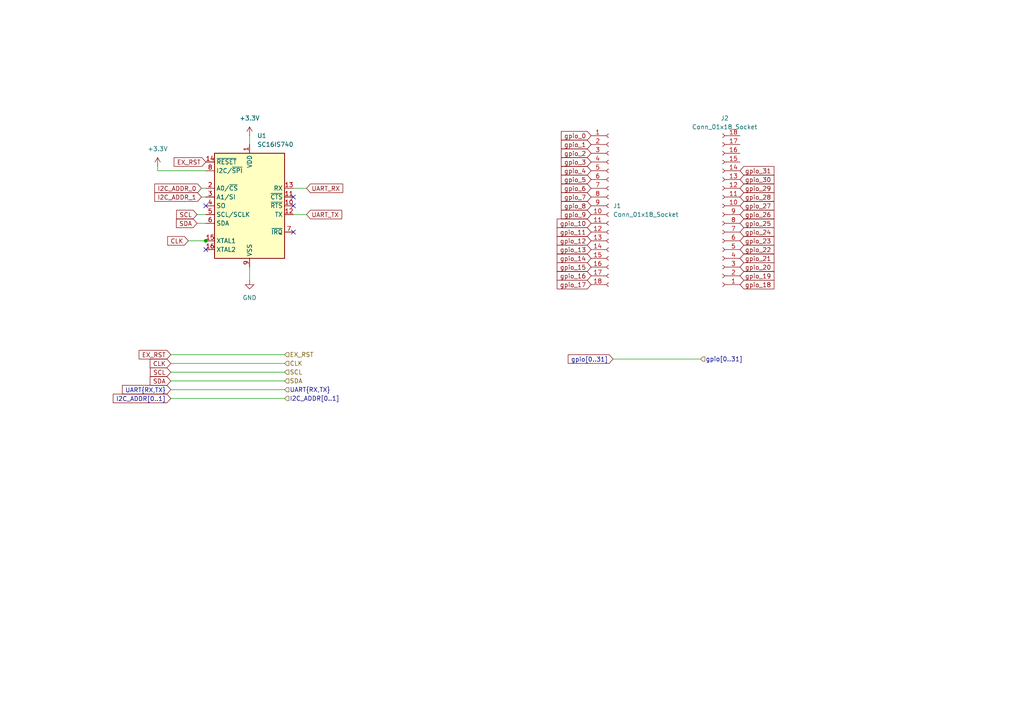
<source format=kicad_sch>
(kicad_sch
	(version 20231120)
	(generator "eeschema")
	(generator_version "8.0")
	(uuid "de399c01-5f23-42de-9a54-9af064edefd7")
	(paper "A4")
	(lib_symbols
		(symbol "Connector:Conn_01x18_Socket"
			(pin_names
				(offset 1.016) hide)
			(exclude_from_sim no)
			(in_bom yes)
			(on_board yes)
			(property "Reference" "J"
				(at 0 22.86 0)
				(effects
					(font
						(size 1.27 1.27)
					)
				)
			)
			(property "Value" "Conn_01x18_Socket"
				(at 0 -25.4 0)
				(effects
					(font
						(size 1.27 1.27)
					)
				)
			)
			(property "Footprint" ""
				(at 0 0 0)
				(effects
					(font
						(size 1.27 1.27)
					)
					(hide yes)
				)
			)
			(property "Datasheet" "~"
				(at 0 0 0)
				(effects
					(font
						(size 1.27 1.27)
					)
					(hide yes)
				)
			)
			(property "Description" "Generic connector, single row, 01x18, script generated"
				(at 0 0 0)
				(effects
					(font
						(size 1.27 1.27)
					)
					(hide yes)
				)
			)
			(property "ki_locked" ""
				(at 0 0 0)
				(effects
					(font
						(size 1.27 1.27)
					)
				)
			)
			(property "ki_keywords" "connector"
				(at 0 0 0)
				(effects
					(font
						(size 1.27 1.27)
					)
					(hide yes)
				)
			)
			(property "ki_fp_filters" "Connector*:*_1x??_*"
				(at 0 0 0)
				(effects
					(font
						(size 1.27 1.27)
					)
					(hide yes)
				)
			)
			(symbol "Conn_01x18_Socket_1_1"
				(arc
					(start 0 -22.352)
					(mid -0.5058 -22.86)
					(end 0 -23.368)
					(stroke
						(width 0.1524)
						(type default)
					)
					(fill
						(type none)
					)
				)
				(arc
					(start 0 -19.812)
					(mid -0.5058 -20.32)
					(end 0 -20.828)
					(stroke
						(width 0.1524)
						(type default)
					)
					(fill
						(type none)
					)
				)
				(arc
					(start 0 -17.272)
					(mid -0.5058 -17.78)
					(end 0 -18.288)
					(stroke
						(width 0.1524)
						(type default)
					)
					(fill
						(type none)
					)
				)
				(arc
					(start 0 -14.732)
					(mid -0.5058 -15.24)
					(end 0 -15.748)
					(stroke
						(width 0.1524)
						(type default)
					)
					(fill
						(type none)
					)
				)
				(arc
					(start 0 -12.192)
					(mid -0.5058 -12.7)
					(end 0 -13.208)
					(stroke
						(width 0.1524)
						(type default)
					)
					(fill
						(type none)
					)
				)
				(arc
					(start 0 -9.652)
					(mid -0.5058 -10.16)
					(end 0 -10.668)
					(stroke
						(width 0.1524)
						(type default)
					)
					(fill
						(type none)
					)
				)
				(arc
					(start 0 -7.112)
					(mid -0.5058 -7.62)
					(end 0 -8.128)
					(stroke
						(width 0.1524)
						(type default)
					)
					(fill
						(type none)
					)
				)
				(arc
					(start 0 -4.572)
					(mid -0.5058 -5.08)
					(end 0 -5.588)
					(stroke
						(width 0.1524)
						(type default)
					)
					(fill
						(type none)
					)
				)
				(arc
					(start 0 -2.032)
					(mid -0.5058 -2.54)
					(end 0 -3.048)
					(stroke
						(width 0.1524)
						(type default)
					)
					(fill
						(type none)
					)
				)
				(polyline
					(pts
						(xy -1.27 -22.86) (xy -0.508 -22.86)
					)
					(stroke
						(width 0.1524)
						(type default)
					)
					(fill
						(type none)
					)
				)
				(polyline
					(pts
						(xy -1.27 -20.32) (xy -0.508 -20.32)
					)
					(stroke
						(width 0.1524)
						(type default)
					)
					(fill
						(type none)
					)
				)
				(polyline
					(pts
						(xy -1.27 -17.78) (xy -0.508 -17.78)
					)
					(stroke
						(width 0.1524)
						(type default)
					)
					(fill
						(type none)
					)
				)
				(polyline
					(pts
						(xy -1.27 -15.24) (xy -0.508 -15.24)
					)
					(stroke
						(width 0.1524)
						(type default)
					)
					(fill
						(type none)
					)
				)
				(polyline
					(pts
						(xy -1.27 -12.7) (xy -0.508 -12.7)
					)
					(stroke
						(width 0.1524)
						(type default)
					)
					(fill
						(type none)
					)
				)
				(polyline
					(pts
						(xy -1.27 -10.16) (xy -0.508 -10.16)
					)
					(stroke
						(width 0.1524)
						(type default)
					)
					(fill
						(type none)
					)
				)
				(polyline
					(pts
						(xy -1.27 -7.62) (xy -0.508 -7.62)
					)
					(stroke
						(width 0.1524)
						(type default)
					)
					(fill
						(type none)
					)
				)
				(polyline
					(pts
						(xy -1.27 -5.08) (xy -0.508 -5.08)
					)
					(stroke
						(width 0.1524)
						(type default)
					)
					(fill
						(type none)
					)
				)
				(polyline
					(pts
						(xy -1.27 -2.54) (xy -0.508 -2.54)
					)
					(stroke
						(width 0.1524)
						(type default)
					)
					(fill
						(type none)
					)
				)
				(polyline
					(pts
						(xy -1.27 0) (xy -0.508 0)
					)
					(stroke
						(width 0.1524)
						(type default)
					)
					(fill
						(type none)
					)
				)
				(polyline
					(pts
						(xy -1.27 2.54) (xy -0.508 2.54)
					)
					(stroke
						(width 0.1524)
						(type default)
					)
					(fill
						(type none)
					)
				)
				(polyline
					(pts
						(xy -1.27 5.08) (xy -0.508 5.08)
					)
					(stroke
						(width 0.1524)
						(type default)
					)
					(fill
						(type none)
					)
				)
				(polyline
					(pts
						(xy -1.27 7.62) (xy -0.508 7.62)
					)
					(stroke
						(width 0.1524)
						(type default)
					)
					(fill
						(type none)
					)
				)
				(polyline
					(pts
						(xy -1.27 10.16) (xy -0.508 10.16)
					)
					(stroke
						(width 0.1524)
						(type default)
					)
					(fill
						(type none)
					)
				)
				(polyline
					(pts
						(xy -1.27 12.7) (xy -0.508 12.7)
					)
					(stroke
						(width 0.1524)
						(type default)
					)
					(fill
						(type none)
					)
				)
				(polyline
					(pts
						(xy -1.27 15.24) (xy -0.508 15.24)
					)
					(stroke
						(width 0.1524)
						(type default)
					)
					(fill
						(type none)
					)
				)
				(polyline
					(pts
						(xy -1.27 17.78) (xy -0.508 17.78)
					)
					(stroke
						(width 0.1524)
						(type default)
					)
					(fill
						(type none)
					)
				)
				(polyline
					(pts
						(xy -1.27 20.32) (xy -0.508 20.32)
					)
					(stroke
						(width 0.1524)
						(type default)
					)
					(fill
						(type none)
					)
				)
				(arc
					(start 0 0.508)
					(mid -0.5058 0)
					(end 0 -0.508)
					(stroke
						(width 0.1524)
						(type default)
					)
					(fill
						(type none)
					)
				)
				(arc
					(start 0 3.048)
					(mid -0.5058 2.54)
					(end 0 2.032)
					(stroke
						(width 0.1524)
						(type default)
					)
					(fill
						(type none)
					)
				)
				(arc
					(start 0 5.588)
					(mid -0.5058 5.08)
					(end 0 4.572)
					(stroke
						(width 0.1524)
						(type default)
					)
					(fill
						(type none)
					)
				)
				(arc
					(start 0 8.128)
					(mid -0.5058 7.62)
					(end 0 7.112)
					(stroke
						(width 0.1524)
						(type default)
					)
					(fill
						(type none)
					)
				)
				(arc
					(start 0 10.668)
					(mid -0.5058 10.16)
					(end 0 9.652)
					(stroke
						(width 0.1524)
						(type default)
					)
					(fill
						(type none)
					)
				)
				(arc
					(start 0 13.208)
					(mid -0.5058 12.7)
					(end 0 12.192)
					(stroke
						(width 0.1524)
						(type default)
					)
					(fill
						(type none)
					)
				)
				(arc
					(start 0 15.748)
					(mid -0.5058 15.24)
					(end 0 14.732)
					(stroke
						(width 0.1524)
						(type default)
					)
					(fill
						(type none)
					)
				)
				(arc
					(start 0 18.288)
					(mid -0.5058 17.78)
					(end 0 17.272)
					(stroke
						(width 0.1524)
						(type default)
					)
					(fill
						(type none)
					)
				)
				(arc
					(start 0 20.828)
					(mid -0.5058 20.32)
					(end 0 19.812)
					(stroke
						(width 0.1524)
						(type default)
					)
					(fill
						(type none)
					)
				)
				(pin passive line
					(at -5.08 20.32 0)
					(length 3.81)
					(name "Pin_1"
						(effects
							(font
								(size 1.27 1.27)
							)
						)
					)
					(number "1"
						(effects
							(font
								(size 1.27 1.27)
							)
						)
					)
				)
				(pin passive line
					(at -5.08 -2.54 0)
					(length 3.81)
					(name "Pin_10"
						(effects
							(font
								(size 1.27 1.27)
							)
						)
					)
					(number "10"
						(effects
							(font
								(size 1.27 1.27)
							)
						)
					)
				)
				(pin passive line
					(at -5.08 -5.08 0)
					(length 3.81)
					(name "Pin_11"
						(effects
							(font
								(size 1.27 1.27)
							)
						)
					)
					(number "11"
						(effects
							(font
								(size 1.27 1.27)
							)
						)
					)
				)
				(pin passive line
					(at -5.08 -7.62 0)
					(length 3.81)
					(name "Pin_12"
						(effects
							(font
								(size 1.27 1.27)
							)
						)
					)
					(number "12"
						(effects
							(font
								(size 1.27 1.27)
							)
						)
					)
				)
				(pin passive line
					(at -5.08 -10.16 0)
					(length 3.81)
					(name "Pin_13"
						(effects
							(font
								(size 1.27 1.27)
							)
						)
					)
					(number "13"
						(effects
							(font
								(size 1.27 1.27)
							)
						)
					)
				)
				(pin passive line
					(at -5.08 -12.7 0)
					(length 3.81)
					(name "Pin_14"
						(effects
							(font
								(size 1.27 1.27)
							)
						)
					)
					(number "14"
						(effects
							(font
								(size 1.27 1.27)
							)
						)
					)
				)
				(pin passive line
					(at -5.08 -15.24 0)
					(length 3.81)
					(name "Pin_15"
						(effects
							(font
								(size 1.27 1.27)
							)
						)
					)
					(number "15"
						(effects
							(font
								(size 1.27 1.27)
							)
						)
					)
				)
				(pin passive line
					(at -5.08 -17.78 0)
					(length 3.81)
					(name "Pin_16"
						(effects
							(font
								(size 1.27 1.27)
							)
						)
					)
					(number "16"
						(effects
							(font
								(size 1.27 1.27)
							)
						)
					)
				)
				(pin passive line
					(at -5.08 -20.32 0)
					(length 3.81)
					(name "Pin_17"
						(effects
							(font
								(size 1.27 1.27)
							)
						)
					)
					(number "17"
						(effects
							(font
								(size 1.27 1.27)
							)
						)
					)
				)
				(pin passive line
					(at -5.08 -22.86 0)
					(length 3.81)
					(name "Pin_18"
						(effects
							(font
								(size 1.27 1.27)
							)
						)
					)
					(number "18"
						(effects
							(font
								(size 1.27 1.27)
							)
						)
					)
				)
				(pin passive line
					(at -5.08 17.78 0)
					(length 3.81)
					(name "Pin_2"
						(effects
							(font
								(size 1.27 1.27)
							)
						)
					)
					(number "2"
						(effects
							(font
								(size 1.27 1.27)
							)
						)
					)
				)
				(pin passive line
					(at -5.08 15.24 0)
					(length 3.81)
					(name "Pin_3"
						(effects
							(font
								(size 1.27 1.27)
							)
						)
					)
					(number "3"
						(effects
							(font
								(size 1.27 1.27)
							)
						)
					)
				)
				(pin passive line
					(at -5.08 12.7 0)
					(length 3.81)
					(name "Pin_4"
						(effects
							(font
								(size 1.27 1.27)
							)
						)
					)
					(number "4"
						(effects
							(font
								(size 1.27 1.27)
							)
						)
					)
				)
				(pin passive line
					(at -5.08 10.16 0)
					(length 3.81)
					(name "Pin_5"
						(effects
							(font
								(size 1.27 1.27)
							)
						)
					)
					(number "5"
						(effects
							(font
								(size 1.27 1.27)
							)
						)
					)
				)
				(pin passive line
					(at -5.08 7.62 0)
					(length 3.81)
					(name "Pin_6"
						(effects
							(font
								(size 1.27 1.27)
							)
						)
					)
					(number "6"
						(effects
							(font
								(size 1.27 1.27)
							)
						)
					)
				)
				(pin passive line
					(at -5.08 5.08 0)
					(length 3.81)
					(name "Pin_7"
						(effects
							(font
								(size 1.27 1.27)
							)
						)
					)
					(number "7"
						(effects
							(font
								(size 1.27 1.27)
							)
						)
					)
				)
				(pin passive line
					(at -5.08 2.54 0)
					(length 3.81)
					(name "Pin_8"
						(effects
							(font
								(size 1.27 1.27)
							)
						)
					)
					(number "8"
						(effects
							(font
								(size 1.27 1.27)
							)
						)
					)
				)
				(pin passive line
					(at -5.08 0 0)
					(length 3.81)
					(name "Pin_9"
						(effects
							(font
								(size 1.27 1.27)
							)
						)
					)
					(number "9"
						(effects
							(font
								(size 1.27 1.27)
							)
						)
					)
				)
			)
		)
		(symbol "Interface_UART:SC16IS740"
			(exclude_from_sim no)
			(in_bom yes)
			(on_board yes)
			(property "Reference" "U"
				(at -8.89 16.51 0)
				(effects
					(font
						(size 1.27 1.27)
					)
				)
			)
			(property "Value" "SC16IS740"
				(at 7.62 16.51 0)
				(effects
					(font
						(size 1.27 1.27)
					)
				)
			)
			(property "Footprint" "Package_SO:TSSOP-16_4.4x5mm_P0.65mm"
				(at 0 -30.48 0)
				(effects
					(font
						(size 1.27 1.27)
					)
					(hide yes)
				)
			)
			(property "Datasheet" "https://www.nxp.com/docs/en/data-sheet/SC16IS740_750_760.pdf"
				(at 0 -35.56 0)
				(effects
					(font
						(size 1.27 1.27)
					)
					(hide yes)
				)
			)
			(property "Description" "Single UART with I2C/SPI interface, 64 bytes of transmit and receive FIFOs, IrDA SIR built-in support, TSSOP-16"
				(at 0 0 0)
				(effects
					(font
						(size 1.27 1.27)
					)
					(hide yes)
				)
			)
			(property "ki_keywords" "UART I2C/SPI 64B FIFO IrDA SIR"
				(at 0 0 0)
				(effects
					(font
						(size 1.27 1.27)
					)
					(hide yes)
				)
			)
			(property "ki_fp_filters" "TSSOP*4.4x5mm*P0.65mm*"
				(at 0 0 0)
				(effects
					(font
						(size 1.27 1.27)
					)
					(hide yes)
				)
			)
			(symbol "SC16IS740_0_1"
				(rectangle
					(start -10.16 15.24)
					(end 10.16 -15.24)
					(stroke
						(width 0.254)
						(type default)
					)
					(fill
						(type background)
					)
				)
			)
			(symbol "SC16IS740_1_1"
				(pin power_in line
					(at 0 17.78 270)
					(length 2.54)
					(name "VDD"
						(effects
							(font
								(size 1.27 1.27)
							)
						)
					)
					(number "1"
						(effects
							(font
								(size 1.27 1.27)
							)
						)
					)
				)
				(pin output line
					(at 12.7 0 180)
					(length 2.54)
					(name "~{RTS}"
						(effects
							(font
								(size 1.27 1.27)
							)
						)
					)
					(number "10"
						(effects
							(font
								(size 1.27 1.27)
							)
						)
					)
				)
				(pin input line
					(at 12.7 2.54 180)
					(length 2.54)
					(name "~{CTS}"
						(effects
							(font
								(size 1.27 1.27)
							)
						)
					)
					(number "11"
						(effects
							(font
								(size 1.27 1.27)
							)
						)
					)
				)
				(pin output line
					(at 12.7 -2.54 180)
					(length 2.54)
					(name "TX"
						(effects
							(font
								(size 1.27 1.27)
							)
						)
					)
					(number "12"
						(effects
							(font
								(size 1.27 1.27)
							)
						)
					)
				)
				(pin input line
					(at 12.7 5.08 180)
					(length 2.54)
					(name "RX"
						(effects
							(font
								(size 1.27 1.27)
							)
						)
					)
					(number "13"
						(effects
							(font
								(size 1.27 1.27)
							)
						)
					)
				)
				(pin input line
					(at -12.7 12.7 0)
					(length 2.54)
					(name "~{RESET}"
						(effects
							(font
								(size 1.27 1.27)
							)
						)
					)
					(number "14"
						(effects
							(font
								(size 1.27 1.27)
							)
						)
					)
				)
				(pin input line
					(at -12.7 -10.16 0)
					(length 2.54)
					(name "XTAL1"
						(effects
							(font
								(size 1.27 1.27)
							)
						)
					)
					(number "15"
						(effects
							(font
								(size 1.27 1.27)
							)
						)
					)
				)
				(pin output line
					(at -12.7 -12.7 0)
					(length 2.54)
					(name "XTAL2"
						(effects
							(font
								(size 1.27 1.27)
							)
						)
					)
					(number "16"
						(effects
							(font
								(size 1.27 1.27)
							)
						)
					)
				)
				(pin input line
					(at -12.7 5.08 0)
					(length 2.54)
					(name "A0/~{CS}"
						(effects
							(font
								(size 1.27 1.27)
							)
						)
					)
					(number "2"
						(effects
							(font
								(size 1.27 1.27)
							)
						)
					)
				)
				(pin input line
					(at -12.7 2.54 0)
					(length 2.54)
					(name "A1/SI"
						(effects
							(font
								(size 1.27 1.27)
							)
						)
					)
					(number "3"
						(effects
							(font
								(size 1.27 1.27)
							)
						)
					)
				)
				(pin output line
					(at -12.7 0 0)
					(length 2.54)
					(name "SO"
						(effects
							(font
								(size 1.27 1.27)
							)
						)
					)
					(number "4"
						(effects
							(font
								(size 1.27 1.27)
							)
						)
					)
				)
				(pin input line
					(at -12.7 -2.54 0)
					(length 2.54)
					(name "SCL/SCLK"
						(effects
							(font
								(size 1.27 1.27)
							)
						)
					)
					(number "5"
						(effects
							(font
								(size 1.27 1.27)
							)
						)
					)
				)
				(pin bidirectional line
					(at -12.7 -5.08 0)
					(length 2.54)
					(name "SDA"
						(effects
							(font
								(size 1.27 1.27)
							)
						)
					)
					(number "6"
						(effects
							(font
								(size 1.27 1.27)
							)
						)
					)
				)
				(pin open_collector line
					(at 12.7 -7.62 180)
					(length 2.54)
					(name "~{IRQ}"
						(effects
							(font
								(size 1.27 1.27)
							)
						)
					)
					(number "7"
						(effects
							(font
								(size 1.27 1.27)
							)
						)
					)
				)
				(pin input line
					(at -12.7 10.16 0)
					(length 2.54)
					(name "I2C/~{SPI}"
						(effects
							(font
								(size 1.27 1.27)
							)
						)
					)
					(number "8"
						(effects
							(font
								(size 1.27 1.27)
							)
						)
					)
				)
				(pin power_in line
					(at 0 -17.78 90)
					(length 2.54)
					(name "VSS"
						(effects
							(font
								(size 1.27 1.27)
							)
						)
					)
					(number "9"
						(effects
							(font
								(size 1.27 1.27)
							)
						)
					)
				)
			)
		)
		(symbol "power:+3.3V"
			(power)
			(pin_numbers hide)
			(pin_names
				(offset 0) hide)
			(exclude_from_sim no)
			(in_bom yes)
			(on_board yes)
			(property "Reference" "#PWR"
				(at 0 -3.81 0)
				(effects
					(font
						(size 1.27 1.27)
					)
					(hide yes)
				)
			)
			(property "Value" "+3.3V"
				(at 0 3.556 0)
				(effects
					(font
						(size 1.27 1.27)
					)
				)
			)
			(property "Footprint" ""
				(at 0 0 0)
				(effects
					(font
						(size 1.27 1.27)
					)
					(hide yes)
				)
			)
			(property "Datasheet" ""
				(at 0 0 0)
				(effects
					(font
						(size 1.27 1.27)
					)
					(hide yes)
				)
			)
			(property "Description" "Power symbol creates a global label with name \"+3.3V\""
				(at 0 0 0)
				(effects
					(font
						(size 1.27 1.27)
					)
					(hide yes)
				)
			)
			(property "ki_keywords" "global power"
				(at 0 0 0)
				(effects
					(font
						(size 1.27 1.27)
					)
					(hide yes)
				)
			)
			(symbol "+3.3V_0_1"
				(polyline
					(pts
						(xy -0.762 1.27) (xy 0 2.54)
					)
					(stroke
						(width 0)
						(type default)
					)
					(fill
						(type none)
					)
				)
				(polyline
					(pts
						(xy 0 0) (xy 0 2.54)
					)
					(stroke
						(width 0)
						(type default)
					)
					(fill
						(type none)
					)
				)
				(polyline
					(pts
						(xy 0 2.54) (xy 0.762 1.27)
					)
					(stroke
						(width 0)
						(type default)
					)
					(fill
						(type none)
					)
				)
			)
			(symbol "+3.3V_1_1"
				(pin power_in line
					(at 0 0 90)
					(length 0)
					(name "~"
						(effects
							(font
								(size 1.27 1.27)
							)
						)
					)
					(number "1"
						(effects
							(font
								(size 1.27 1.27)
							)
						)
					)
				)
			)
		)
		(symbol "power:GND"
			(power)
			(pin_numbers hide)
			(pin_names
				(offset 0) hide)
			(exclude_from_sim no)
			(in_bom yes)
			(on_board yes)
			(property "Reference" "#PWR"
				(at 0 -6.35 0)
				(effects
					(font
						(size 1.27 1.27)
					)
					(hide yes)
				)
			)
			(property "Value" "GND"
				(at 0 -3.81 0)
				(effects
					(font
						(size 1.27 1.27)
					)
				)
			)
			(property "Footprint" ""
				(at 0 0 0)
				(effects
					(font
						(size 1.27 1.27)
					)
					(hide yes)
				)
			)
			(property "Datasheet" ""
				(at 0 0 0)
				(effects
					(font
						(size 1.27 1.27)
					)
					(hide yes)
				)
			)
			(property "Description" "Power symbol creates a global label with name \"GND\" , ground"
				(at 0 0 0)
				(effects
					(font
						(size 1.27 1.27)
					)
					(hide yes)
				)
			)
			(property "ki_keywords" "global power"
				(at 0 0 0)
				(effects
					(font
						(size 1.27 1.27)
					)
					(hide yes)
				)
			)
			(symbol "GND_0_1"
				(polyline
					(pts
						(xy 0 0) (xy 0 -1.27) (xy 1.27 -1.27) (xy 0 -2.54) (xy -1.27 -1.27) (xy 0 -1.27)
					)
					(stroke
						(width 0)
						(type default)
					)
					(fill
						(type none)
					)
				)
			)
			(symbol "GND_1_1"
				(pin power_in line
					(at 0 0 270)
					(length 0)
					(name "~"
						(effects
							(font
								(size 1.27 1.27)
							)
						)
					)
					(number "1"
						(effects
							(font
								(size 1.27 1.27)
							)
						)
					)
				)
			)
		)
	)
	(junction
		(at 59.69 69.85)
		(diameter 0)
		(color 0 0 0 0)
		(uuid "e26dd021-c200-4d3b-96ff-0c61fd7f8870")
	)
	(no_connect
		(at 59.69 72.39)
		(uuid "4c098396-0c9b-438b-a92f-1744f1515e26")
	)
	(no_connect
		(at 59.69 59.69)
		(uuid "4da3fedf-fc68-4b53-9091-0561699e9de1")
	)
	(no_connect
		(at 85.09 59.69)
		(uuid "7a73ce6b-c4b1-4ad7-a64d-6727e1bf8067")
	)
	(no_connect
		(at 85.09 67.31)
		(uuid "a6eca968-8df0-4355-888f-8efeb618893e")
	)
	(no_connect
		(at 85.09 57.15)
		(uuid "f53a9b9a-119d-46fe-9387-12f9575474f6")
	)
	(wire
		(pts
			(xy 49.53 115.57) (xy 82.55 115.57)
		)
		(stroke
			(width 0)
			(type default)
		)
		(uuid "0733c50c-a903-4d11-ad07-eb419456c74f")
	)
	(wire
		(pts
			(xy 72.39 77.47) (xy 72.39 81.28)
		)
		(stroke
			(width 0)
			(type default)
		)
		(uuid "0cca8c21-e215-4c56-9556-bcbaac08466f")
	)
	(wire
		(pts
			(xy 177.8 104.14) (xy 203.2 104.14)
		)
		(stroke
			(width 0)
			(type default)
		)
		(uuid "191503e2-923f-4d68-b7fa-6624971a9ab3")
	)
	(wire
		(pts
			(xy 45.72 49.53) (xy 45.72 48.26)
		)
		(stroke
			(width 0)
			(type default)
		)
		(uuid "2bea280e-9967-4ccd-8de6-efe3462ec8d0")
	)
	(wire
		(pts
			(xy 49.53 105.41) (xy 82.55 105.41)
		)
		(stroke
			(width 0)
			(type default)
		)
		(uuid "39b6ceee-bad0-49cc-8b03-e96b267d235d")
	)
	(wire
		(pts
			(xy 85.09 62.23) (xy 88.9 62.23)
		)
		(stroke
			(width 0)
			(type default)
		)
		(uuid "3ac88e30-a3a0-4add-8d7c-a7028b76f4dc")
	)
	(wire
		(pts
			(xy 49.53 113.03) (xy 82.55 113.03)
		)
		(stroke
			(width 0)
			(type default)
		)
		(uuid "3feb09fc-5c44-4c16-9272-45ccf6d533df")
	)
	(wire
		(pts
			(xy 49.53 107.95) (xy 82.55 107.95)
		)
		(stroke
			(width 0)
			(type default)
		)
		(uuid "68220a39-b29b-410f-ba0c-f44c70a256ac")
	)
	(wire
		(pts
			(xy 58.42 57.15) (xy 59.69 57.15)
		)
		(stroke
			(width 0)
			(type default)
		)
		(uuid "8d8a571d-f63e-4bf4-87bb-35464ce4cf78")
	)
	(wire
		(pts
			(xy 85.09 54.61) (xy 88.9 54.61)
		)
		(stroke
			(width 0)
			(type default)
		)
		(uuid "8f37a716-4d91-4ae4-8d07-796924f65c36")
	)
	(wire
		(pts
			(xy 57.15 62.23) (xy 59.69 62.23)
		)
		(stroke
			(width 0)
			(type default)
		)
		(uuid "9d2f05f5-fcb0-4d91-b170-311e39a4ab6c")
	)
	(wire
		(pts
			(xy 59.69 69.85) (xy 60.96 69.85)
		)
		(stroke
			(width 0)
			(type default)
		)
		(uuid "aec97fc3-29bc-4918-b2ca-dc2d8888a6c1")
	)
	(wire
		(pts
			(xy 49.53 102.87) (xy 82.55 102.87)
		)
		(stroke
			(width 0)
			(type default)
		)
		(uuid "b8dc29ea-fe11-4be5-b2f9-40760bf19f48")
	)
	(wire
		(pts
			(xy 72.39 39.37) (xy 72.39 41.91)
		)
		(stroke
			(width 0)
			(type default)
		)
		(uuid "c8249f01-2b6f-4243-9fbb-4d7d9255f7fe")
	)
	(wire
		(pts
			(xy 59.69 49.53) (xy 45.72 49.53)
		)
		(stroke
			(width 0)
			(type default)
		)
		(uuid "d2b9e71f-d1a6-4534-b369-4e24016de864")
	)
	(wire
		(pts
			(xy 58.42 54.61) (xy 59.69 54.61)
		)
		(stroke
			(width 0)
			(type default)
		)
		(uuid "d4c7270d-9b4b-4ce6-b543-b74da6e2e186")
	)
	(wire
		(pts
			(xy 57.15 64.77) (xy 59.69 64.77)
		)
		(stroke
			(width 0)
			(type default)
		)
		(uuid "d74d86a5-a206-40aa-a205-8fbae8d5b4ef")
	)
	(wire
		(pts
			(xy 49.53 110.49) (xy 82.55 110.49)
		)
		(stroke
			(width 0)
			(type default)
		)
		(uuid "daa0a5bd-f16d-4b2d-bd22-2c8384cf50ce")
	)
	(wire
		(pts
			(xy 54.61 69.85) (xy 59.69 69.85)
		)
		(stroke
			(width 0)
			(type default)
		)
		(uuid "f4bcff8b-7f71-4210-9c5a-c247a4a2d6cc")
	)
	(global_label "SDA"
		(shape input)
		(at 57.15 64.77 180)
		(fields_autoplaced yes)
		(effects
			(font
				(size 1.27 1.27)
			)
			(justify right)
		)
		(uuid "0804c93b-828b-4a94-ae9b-9e7b27b1eba0")
		(property "Intersheetrefs" "${INTERSHEET_REFS}"
			(at 50.5967 64.77 0)
			(effects
				(font
					(size 1.27 1.27)
				)
				(justify right)
				(hide yes)
			)
		)
	)
	(global_label "gpio_10"
		(shape input)
		(at 171.45 64.77 180)
		(fields_autoplaced yes)
		(effects
			(font
				(size 1.27 1.27)
			)
			(justify right)
		)
		(uuid "0f4411cd-9b79-4936-956e-b4f95ee80ea0")
		(property "Intersheetrefs" "${INTERSHEET_REFS}"
			(at 161.0264 64.77 0)
			(effects
				(font
					(size 1.27 1.27)
				)
				(justify right)
				(hide yes)
			)
		)
	)
	(global_label "gpio_8"
		(shape input)
		(at 171.45 59.69 180)
		(fields_autoplaced yes)
		(effects
			(font
				(size 1.27 1.27)
			)
			(justify right)
		)
		(uuid "12393009-d5b8-4f99-8ef7-78a1036561d7")
		(property "Intersheetrefs" "${INTERSHEET_REFS}"
			(at 162.2359 59.69 0)
			(effects
				(font
					(size 1.27 1.27)
				)
				(justify right)
				(hide yes)
			)
		)
	)
	(global_label "gpio_14"
		(shape input)
		(at 171.45 74.93 180)
		(fields_autoplaced yes)
		(effects
			(font
				(size 1.27 1.27)
			)
			(justify right)
		)
		(uuid "13334953-5700-42e3-b47f-b0b1fef53110")
		(property "Intersheetrefs" "${INTERSHEET_REFS}"
			(at 161.0264 74.93 0)
			(effects
				(font
					(size 1.27 1.27)
				)
				(justify right)
				(hide yes)
			)
		)
	)
	(global_label "gpio_12"
		(shape input)
		(at 171.45 69.85 180)
		(fields_autoplaced yes)
		(effects
			(font
				(size 1.27 1.27)
			)
			(justify right)
		)
		(uuid "1624b5c0-973a-4ec9-9886-ab02e81c7d97")
		(property "Intersheetrefs" "${INTERSHEET_REFS}"
			(at 161.0264 69.85 0)
			(effects
				(font
					(size 1.27 1.27)
				)
				(justify right)
				(hide yes)
			)
		)
	)
	(global_label "gpio_22"
		(shape input)
		(at 214.63 72.39 0)
		(fields_autoplaced yes)
		(effects
			(font
				(size 1.27 1.27)
			)
			(justify left)
		)
		(uuid "165f0b01-7579-4fd5-b7f8-a1faa83eb501")
		(property "Intersheetrefs" "${INTERSHEET_REFS}"
			(at 225.0536 72.39 0)
			(effects
				(font
					(size 1.27 1.27)
				)
				(justify left)
				(hide yes)
			)
		)
	)
	(global_label "I2C_ADDR[0..1]"
		(shape input)
		(at 49.53 115.57 180)
		(fields_autoplaced yes)
		(effects
			(font
				(size 1.27 1.27)
			)
			(justify right)
		)
		(uuid "1b322146-d0cf-45f8-a378-e1a78681c54e")
		(property "Intersheetrefs" "${INTERSHEET_REFS}"
			(at 32.2723 115.57 0)
			(effects
				(font
					(size 1.27 1.27)
				)
				(justify right)
				(hide yes)
			)
		)
	)
	(global_label "gpio_2"
		(shape input)
		(at 171.45 44.45 180)
		(fields_autoplaced yes)
		(effects
			(font
				(size 1.27 1.27)
			)
			(justify right)
		)
		(uuid "2328c732-6037-4b66-8a3c-adc8818660ee")
		(property "Intersheetrefs" "${INTERSHEET_REFS}"
			(at 162.2359 44.45 0)
			(effects
				(font
					(size 1.27 1.27)
				)
				(justify right)
				(hide yes)
			)
		)
	)
	(global_label "gpio_3"
		(shape input)
		(at 171.45 46.99 180)
		(fields_autoplaced yes)
		(effects
			(font
				(size 1.27 1.27)
			)
			(justify right)
		)
		(uuid "26a9f563-59bd-465d-aaae-12d249a19138")
		(property "Intersheetrefs" "${INTERSHEET_REFS}"
			(at 162.2359 46.99 0)
			(effects
				(font
					(size 1.27 1.27)
				)
				(justify right)
				(hide yes)
			)
		)
	)
	(global_label "gpio_6"
		(shape input)
		(at 171.45 54.61 180)
		(fields_autoplaced yes)
		(effects
			(font
				(size 1.27 1.27)
			)
			(justify right)
		)
		(uuid "3342d151-55a6-40b9-8caa-51a5e9b4530b")
		(property "Intersheetrefs" "${INTERSHEET_REFS}"
			(at 162.2359 54.61 0)
			(effects
				(font
					(size 1.27 1.27)
				)
				(justify right)
				(hide yes)
			)
		)
	)
	(global_label "SDA"
		(shape input)
		(at 49.53 110.49 180)
		(fields_autoplaced yes)
		(effects
			(font
				(size 1.27 1.27)
			)
			(justify right)
		)
		(uuid "36545b16-72b2-4972-80b6-ea12b0d7899b")
		(property "Intersheetrefs" "${INTERSHEET_REFS}"
			(at 42.9767 110.49 0)
			(effects
				(font
					(size 1.27 1.27)
				)
				(justify right)
				(hide yes)
			)
		)
	)
	(global_label "gpio_26"
		(shape input)
		(at 214.63 62.23 0)
		(fields_autoplaced yes)
		(effects
			(font
				(size 1.27 1.27)
			)
			(justify left)
		)
		(uuid "3992b209-e105-4375-a528-3f6e6d46f00b")
		(property "Intersheetrefs" "${INTERSHEET_REFS}"
			(at 225.0536 62.23 0)
			(effects
				(font
					(size 1.27 1.27)
				)
				(justify left)
				(hide yes)
			)
		)
	)
	(global_label "gpio_30"
		(shape input)
		(at 214.63 52.07 0)
		(fields_autoplaced yes)
		(effects
			(font
				(size 1.27 1.27)
			)
			(justify left)
		)
		(uuid "3b32daa3-c737-410e-9b72-600560b1deaa")
		(property "Intersheetrefs" "${INTERSHEET_REFS}"
			(at 225.0536 52.07 0)
			(effects
				(font
					(size 1.27 1.27)
				)
				(justify left)
				(hide yes)
			)
		)
	)
	(global_label "gpio_17"
		(shape input)
		(at 171.45 82.55 180)
		(fields_autoplaced yes)
		(effects
			(font
				(size 1.27 1.27)
			)
			(justify right)
		)
		(uuid "3cedc5cf-3a57-4092-846b-04571c1846d3")
		(property "Intersheetrefs" "${INTERSHEET_REFS}"
			(at 161.0264 82.55 0)
			(effects
				(font
					(size 1.27 1.27)
				)
				(justify right)
				(hide yes)
			)
		)
	)
	(global_label "gpio_4"
		(shape input)
		(at 171.45 49.53 180)
		(fields_autoplaced yes)
		(effects
			(font
				(size 1.27 1.27)
			)
			(justify right)
		)
		(uuid "4377c67d-69e8-4325-a2ff-cfcef7a4978d")
		(property "Intersheetrefs" "${INTERSHEET_REFS}"
			(at 162.2359 49.53 0)
			(effects
				(font
					(size 1.27 1.27)
				)
				(justify right)
				(hide yes)
			)
		)
	)
	(global_label "EX_RST"
		(shape input)
		(at 59.69 46.99 180)
		(fields_autoplaced yes)
		(effects
			(font
				(size 1.27 1.27)
			)
			(justify right)
		)
		(uuid "544051ce-c055-4581-8a6a-6118e2e1092a")
		(property "Intersheetrefs" "${INTERSHEET_REFS}"
			(at 49.9316 46.99 0)
			(effects
				(font
					(size 1.27 1.27)
				)
				(justify right)
				(hide yes)
			)
		)
	)
	(global_label "I2C_ADDR_0"
		(shape input)
		(at 58.42 54.61 180)
		(fields_autoplaced yes)
		(effects
			(font
				(size 1.27 1.27)
			)
			(justify right)
		)
		(uuid "562e2381-10b6-4d6d-b478-d664349a58e3")
		(property "Intersheetrefs" "${INTERSHEET_REFS}"
			(at 44.3072 54.61 0)
			(effects
				(font
					(size 1.27 1.27)
				)
				(justify right)
				(hide yes)
			)
		)
	)
	(global_label "gpio_27"
		(shape input)
		(at 214.63 59.69 0)
		(fields_autoplaced yes)
		(effects
			(font
				(size 1.27 1.27)
			)
			(justify left)
		)
		(uuid "618b7e7b-3388-4c84-b002-b1ed0ca04725")
		(property "Intersheetrefs" "${INTERSHEET_REFS}"
			(at 225.0536 59.69 0)
			(effects
				(font
					(size 1.27 1.27)
				)
				(justify left)
				(hide yes)
			)
		)
	)
	(global_label "UART_TX"
		(shape input)
		(at 88.9 62.23 0)
		(fields_autoplaced yes)
		(effects
			(font
				(size 1.27 1.27)
			)
			(justify left)
		)
		(uuid "65c6e163-aea2-4b32-8463-d7a23bb17f53")
		(property "Intersheetrefs" "${INTERSHEET_REFS}"
			(at 99.6866 62.23 0)
			(effects
				(font
					(size 1.27 1.27)
				)
				(justify left)
				(hide yes)
			)
		)
	)
	(global_label "gpio_25"
		(shape input)
		(at 214.63 64.77 0)
		(fields_autoplaced yes)
		(effects
			(font
				(size 1.27 1.27)
			)
			(justify left)
		)
		(uuid "69978166-3531-4556-82b4-b87aa2ca5ea9")
		(property "Intersheetrefs" "${INTERSHEET_REFS}"
			(at 225.0536 64.77 0)
			(effects
				(font
					(size 1.27 1.27)
				)
				(justify left)
				(hide yes)
			)
		)
	)
	(global_label "gpio_23"
		(shape input)
		(at 214.63 69.85 0)
		(fields_autoplaced yes)
		(effects
			(font
				(size 1.27 1.27)
			)
			(justify left)
		)
		(uuid "6a89029a-9873-4cf4-8183-16319e38094f")
		(property "Intersheetrefs" "${INTERSHEET_REFS}"
			(at 225.0536 69.85 0)
			(effects
				(font
					(size 1.27 1.27)
				)
				(justify left)
				(hide yes)
			)
		)
	)
	(global_label "EX_RST"
		(shape input)
		(at 49.53 102.87 180)
		(fields_autoplaced yes)
		(effects
			(font
				(size 1.27 1.27)
			)
			(justify right)
		)
		(uuid "73d2ddf1-7010-46de-9d6a-029ebf89b773")
		(property "Intersheetrefs" "${INTERSHEET_REFS}"
			(at 39.7716 102.87 0)
			(effects
				(font
					(size 1.27 1.27)
				)
				(justify right)
				(hide yes)
			)
		)
	)
	(global_label "gpio_1"
		(shape input)
		(at 171.45 41.91 180)
		(fields_autoplaced yes)
		(effects
			(font
				(size 1.27 1.27)
			)
			(justify right)
		)
		(uuid "754a0bd1-9c53-4e3e-be92-a2ef907cbc04")
		(property "Intersheetrefs" "${INTERSHEET_REFS}"
			(at 162.2359 41.91 0)
			(effects
				(font
					(size 1.27 1.27)
				)
				(justify right)
				(hide yes)
			)
		)
	)
	(global_label "gpio[0..31]"
		(shape input)
		(at 177.8 104.14 180)
		(fields_autoplaced yes)
		(effects
			(font
				(size 1.27 1.27)
			)
			(justify right)
		)
		(uuid "77a26967-e7bb-4730-b3ac-385ca4ce489a")
		(property "Intersheetrefs" "${INTERSHEET_REFS}"
			(at 164.2315 104.14 0)
			(effects
				(font
					(size 1.27 1.27)
				)
				(justify right)
				(hide yes)
			)
		)
	)
	(global_label "UART_RX"
		(shape input)
		(at 88.9 54.61 0)
		(fields_autoplaced yes)
		(effects
			(font
				(size 1.27 1.27)
			)
			(justify left)
		)
		(uuid "7db17b11-864a-4228-9021-64ea9bffec21")
		(property "Intersheetrefs" "${INTERSHEET_REFS}"
			(at 99.989 54.61 0)
			(effects
				(font
					(size 1.27 1.27)
				)
				(justify left)
				(hide yes)
			)
		)
	)
	(global_label "gpio_28"
		(shape input)
		(at 214.63 57.15 0)
		(fields_autoplaced yes)
		(effects
			(font
				(size 1.27 1.27)
			)
			(justify left)
		)
		(uuid "82ede462-0de7-4b6c-9082-912a71f65085")
		(property "Intersheetrefs" "${INTERSHEET_REFS}"
			(at 225.0536 57.15 0)
			(effects
				(font
					(size 1.27 1.27)
				)
				(justify left)
				(hide yes)
			)
		)
	)
	(global_label "gpio_19"
		(shape input)
		(at 214.63 80.01 0)
		(fields_autoplaced yes)
		(effects
			(font
				(size 1.27 1.27)
			)
			(justify left)
		)
		(uuid "84ea0e56-2305-4327-88cb-f7870c428dd4")
		(property "Intersheetrefs" "${INTERSHEET_REFS}"
			(at 225.0536 80.01 0)
			(effects
				(font
					(size 1.27 1.27)
				)
				(justify left)
				(hide yes)
			)
		)
	)
	(global_label "gpio_0"
		(shape input)
		(at 171.45 39.37 180)
		(fields_autoplaced yes)
		(effects
			(font
				(size 1.27 1.27)
			)
			(justify right)
		)
		(uuid "8b97e320-e19b-4fc9-beae-5efa7eb5c7d3")
		(property "Intersheetrefs" "${INTERSHEET_REFS}"
			(at 162.2359 39.37 0)
			(effects
				(font
					(size 1.27 1.27)
				)
				(justify right)
				(hide yes)
			)
		)
	)
	(global_label "gpio_29"
		(shape input)
		(at 214.63 54.61 0)
		(fields_autoplaced yes)
		(effects
			(font
				(size 1.27 1.27)
			)
			(justify left)
		)
		(uuid "9d51388a-d040-4538-a49d-c6cf20ea7635")
		(property "Intersheetrefs" "${INTERSHEET_REFS}"
			(at 225.0536 54.61 0)
			(effects
				(font
					(size 1.27 1.27)
				)
				(justify left)
				(hide yes)
			)
		)
	)
	(global_label "gpio_11"
		(shape input)
		(at 171.45 67.31 180)
		(fields_autoplaced yes)
		(effects
			(font
				(size 1.27 1.27)
			)
			(justify right)
		)
		(uuid "a2d20a99-6f05-4a3b-bbbe-e771e93d0474")
		(property "Intersheetrefs" "${INTERSHEET_REFS}"
			(at 161.0264 67.31 0)
			(effects
				(font
					(size 1.27 1.27)
				)
				(justify right)
				(hide yes)
			)
		)
	)
	(global_label "gpio_9"
		(shape input)
		(at 171.45 62.23 180)
		(fields_autoplaced yes)
		(effects
			(font
				(size 1.27 1.27)
			)
			(justify right)
		)
		(uuid "c3ab1283-1aa4-4bd6-a75c-c8dfda6bb2ba")
		(property "Intersheetrefs" "${INTERSHEET_REFS}"
			(at 162.2359 62.23 0)
			(effects
				(font
					(size 1.27 1.27)
				)
				(justify right)
				(hide yes)
			)
		)
	)
	(global_label "SCL"
		(shape input)
		(at 57.15 62.23 180)
		(fields_autoplaced yes)
		(effects
			(font
				(size 1.27 1.27)
			)
			(justify right)
		)
		(uuid "d37a0f77-b642-44e5-a70d-7839a0c3f9ed")
		(property "Intersheetrefs" "${INTERSHEET_REFS}"
			(at 50.6572 62.23 0)
			(effects
				(font
					(size 1.27 1.27)
				)
				(justify right)
				(hide yes)
			)
		)
	)
	(global_label "gpio_18"
		(shape input)
		(at 214.63 82.55 0)
		(fields_autoplaced yes)
		(effects
			(font
				(size 1.27 1.27)
			)
			(justify left)
		)
		(uuid "d48ff10f-62d2-459a-9489-17f981f061ac")
		(property "Intersheetrefs" "${INTERSHEET_REFS}"
			(at 225.0536 82.55 0)
			(effects
				(font
					(size 1.27 1.27)
				)
				(justify left)
				(hide yes)
			)
		)
	)
	(global_label "I2C_ADDR_1"
		(shape input)
		(at 58.42 57.15 180)
		(fields_autoplaced yes)
		(effects
			(font
				(size 1.27 1.27)
			)
			(justify right)
		)
		(uuid "d6c562ea-10dc-469b-adce-83dac5b466a6")
		(property "Intersheetrefs" "${INTERSHEET_REFS}"
			(at 44.3072 57.15 0)
			(effects
				(font
					(size 1.27 1.27)
				)
				(justify right)
				(hide yes)
			)
		)
	)
	(global_label "gpio_20"
		(shape input)
		(at 214.63 77.47 0)
		(fields_autoplaced yes)
		(effects
			(font
				(size 1.27 1.27)
			)
			(justify left)
		)
		(uuid "d75468c2-da4f-47a5-ae5c-e4e765cfb978")
		(property "Intersheetrefs" "${INTERSHEET_REFS}"
			(at 225.0536 77.47 0)
			(effects
				(font
					(size 1.27 1.27)
				)
				(justify left)
				(hide yes)
			)
		)
	)
	(global_label "SCL"
		(shape input)
		(at 49.53 107.95 180)
		(fields_autoplaced yes)
		(effects
			(font
				(size 1.27 1.27)
			)
			(justify right)
		)
		(uuid "db6e7dae-9bf1-4478-a296-e32887ff2ce8")
		(property "Intersheetrefs" "${INTERSHEET_REFS}"
			(at 43.0372 107.95 0)
			(effects
				(font
					(size 1.27 1.27)
				)
				(justify right)
				(hide yes)
			)
		)
	)
	(global_label "gpio_13"
		(shape input)
		(at 171.45 72.39 180)
		(fields_autoplaced yes)
		(effects
			(font
				(size 1.27 1.27)
			)
			(justify right)
		)
		(uuid "dbac3089-6b9b-4d49-a3d5-db9c4451930f")
		(property "Intersheetrefs" "${INTERSHEET_REFS}"
			(at 161.0264 72.39 0)
			(effects
				(font
					(size 1.27 1.27)
				)
				(justify right)
				(hide yes)
			)
		)
	)
	(global_label "gpio_16"
		(shape input)
		(at 171.45 80.01 180)
		(fields_autoplaced yes)
		(effects
			(font
				(size 1.27 1.27)
			)
			(justify right)
		)
		(uuid "dc0a1a99-990c-4062-ab85-5e8e5b7d6018")
		(property "Intersheetrefs" "${INTERSHEET_REFS}"
			(at 161.0264 80.01 0)
			(effects
				(font
					(size 1.27 1.27)
				)
				(justify right)
				(hide yes)
			)
		)
	)
	(global_label "gpio_5"
		(shape input)
		(at 171.45 52.07 180)
		(fields_autoplaced yes)
		(effects
			(font
				(size 1.27 1.27)
			)
			(justify right)
		)
		(uuid "e2e19e1a-7c4f-43c3-8e56-9d3e765182e3")
		(property "Intersheetrefs" "${INTERSHEET_REFS}"
			(at 162.2359 52.07 0)
			(effects
				(font
					(size 1.27 1.27)
				)
				(justify right)
				(hide yes)
			)
		)
	)
	(global_label "gpio_21"
		(shape input)
		(at 214.63 74.93 0)
		(fields_autoplaced yes)
		(effects
			(font
				(size 1.27 1.27)
			)
			(justify left)
		)
		(uuid "e6fa842f-049b-4127-af8a-a9a7369ac9ad")
		(property "Intersheetrefs" "${INTERSHEET_REFS}"
			(at 225.0536 74.93 0)
			(effects
				(font
					(size 1.27 1.27)
				)
				(justify left)
				(hide yes)
			)
		)
	)
	(global_label "UART{RX,TX}"
		(shape input)
		(at 49.53 113.03 180)
		(fields_autoplaced yes)
		(effects
			(font
				(size 1.27 1.27)
			)
			(justify right)
		)
		(uuid "e7ad09fd-57c3-48ab-ae33-55257bc4ab7f")
		(property "Intersheetrefs" "${INTERSHEET_REFS}"
			(at 34.9333 113.03 0)
			(effects
				(font
					(size 1.27 1.27)
				)
				(justify right)
				(hide yes)
			)
		)
	)
	(global_label "gpio_31"
		(shape input)
		(at 214.63 49.53 0)
		(fields_autoplaced yes)
		(effects
			(font
				(size 1.27 1.27)
			)
			(justify left)
		)
		(uuid "f2e66e7b-7f30-48f1-b609-6cede44c56bd")
		(property "Intersheetrefs" "${INTERSHEET_REFS}"
			(at 225.0536 49.53 0)
			(effects
				(font
					(size 1.27 1.27)
				)
				(justify left)
				(hide yes)
			)
		)
	)
	(global_label "CLK"
		(shape input)
		(at 54.61 69.85 180)
		(fields_autoplaced yes)
		(effects
			(font
				(size 1.27 1.27)
			)
			(justify right)
		)
		(uuid "f6883387-35b4-4a3e-95a5-a5edfa8087d6")
		(property "Intersheetrefs" "${INTERSHEET_REFS}"
			(at 48.0567 69.85 0)
			(effects
				(font
					(size 1.27 1.27)
				)
				(justify right)
				(hide yes)
			)
		)
	)
	(global_label "CLK"
		(shape input)
		(at 49.53 105.41 180)
		(fields_autoplaced yes)
		(effects
			(font
				(size 1.27 1.27)
			)
			(justify right)
		)
		(uuid "f9f3f7bb-8b59-4dda-b2ee-8af7fcbcd47e")
		(property "Intersheetrefs" "${INTERSHEET_REFS}"
			(at 42.9767 105.41 0)
			(effects
				(font
					(size 1.27 1.27)
				)
				(justify right)
				(hide yes)
			)
		)
	)
	(global_label "gpio_24"
		(shape input)
		(at 214.63 67.31 0)
		(fields_autoplaced yes)
		(effects
			(font
				(size 1.27 1.27)
			)
			(justify left)
		)
		(uuid "fdb8d38e-4e86-4fa1-9d33-311db1f71c9e")
		(property "Intersheetrefs" "${INTERSHEET_REFS}"
			(at 225.0536 67.31 0)
			(effects
				(font
					(size 1.27 1.27)
				)
				(justify left)
				(hide yes)
			)
		)
	)
	(global_label "gpio_7"
		(shape input)
		(at 171.45 57.15 180)
		(fields_autoplaced yes)
		(effects
			(font
				(size 1.27 1.27)
			)
			(justify right)
		)
		(uuid "fedbd7fd-6215-481d-954d-e5f206b7b85d")
		(property "Intersheetrefs" "${INTERSHEET_REFS}"
			(at 162.2359 57.15 0)
			(effects
				(font
					(size 1.27 1.27)
				)
				(justify right)
				(hide yes)
			)
		)
	)
	(global_label "gpio_15"
		(shape input)
		(at 171.45 77.47 180)
		(fields_autoplaced yes)
		(effects
			(font
				(size 1.27 1.27)
			)
			(justify right)
		)
		(uuid "ff7630ab-786a-403f-ae93-5fe5ae30d7a2")
		(property "Intersheetrefs" "${INTERSHEET_REFS}"
			(at 161.0264 77.47 0)
			(effects
				(font
					(size 1.27 1.27)
				)
				(justify right)
				(hide yes)
			)
		)
	)
	(hierarchical_label "CLK"
		(shape input)
		(at 82.55 105.41 0)
		(effects
			(font
				(size 1.27 1.27)
			)
			(justify left)
		)
		(uuid "0a12c5dc-fa57-41ce-8285-522dbb5d1a9f")
	)
	(hierarchical_label "SDA"
		(shape input)
		(at 82.55 110.49 0)
		(effects
			(font
				(size 1.27 1.27)
			)
			(justify left)
		)
		(uuid "11e0411b-9550-4dc6-a2d5-04d4d26fca1e")
	)
	(hierarchical_label "SCL"
		(shape input)
		(at 82.55 107.95 0)
		(effects
			(font
				(size 1.27 1.27)
			)
			(justify left)
		)
		(uuid "22c4113f-30ce-4faa-b32c-0eade2d3a412")
	)
	(hierarchical_label "EX_RST"
		(shape input)
		(at 82.55 102.87 0)
		(effects
			(font
				(size 1.27 1.27)
			)
			(justify left)
		)
		(uuid "37858f72-e729-4201-a745-927d64ca4a40")
	)
	(hierarchical_label "I2C_ADDR[0..1]"
		(shape input)
		(at 82.55 115.57 0)
		(effects
			(font
				(size 1.27 1.27)
			)
			(justify left)
		)
		(uuid "413a769f-5618-4e3e-916e-665efc35b701")
	)
	(hierarchical_label "gpio[0..31]"
		(shape input)
		(at 203.2 104.14 0)
		(effects
			(font
				(size 1.27 1.27)
			)
			(justify left)
		)
		(uuid "9e1a39d2-6e6b-40ef-a432-e9e2beead47c")
	)
	(hierarchical_label "UART{RX,TX}"
		(shape input)
		(at 82.55 113.03 0)
		(effects
			(font
				(size 1.27 1.27)
			)
			(justify left)
		)
		(uuid "d12b55ba-b155-4d5a-b644-04512c074150")
	)
	(symbol
		(lib_id "Connector:Conn_01x18_Socket")
		(at 176.53 59.69 0)
		(unit 1)
		(exclude_from_sim no)
		(in_bom yes)
		(on_board yes)
		(dnp no)
		(fields_autoplaced yes)
		(uuid "0a1189e3-d046-40e1-ad86-51cd4645838d")
		(property "Reference" "J1"
			(at 177.8 59.6899 0)
			(effects
				(font
					(size 1.27 1.27)
				)
				(justify left)
			)
		)
		(property "Value" "Conn_01x18_Socket"
			(at 177.8 62.2299 0)
			(effects
				(font
					(size 1.27 1.27)
				)
				(justify left)
			)
		)
		(property "Footprint" ""
			(at 176.53 59.69 0)
			(effects
				(font
					(size 1.27 1.27)
				)
				(hide yes)
			)
		)
		(property "Datasheet" "~"
			(at 176.53 59.69 0)
			(effects
				(font
					(size 1.27 1.27)
				)
				(hide yes)
			)
		)
		(property "Description" "Generic connector, single row, 01x18, script generated"
			(at 176.53 59.69 0)
			(effects
				(font
					(size 1.27 1.27)
				)
				(hide yes)
			)
		)
		(pin "13"
			(uuid "41aaa7bf-485b-4c15-90f4-2a529bcc9870")
		)
		(pin "17"
			(uuid "f149a138-8fa0-4881-b3ed-91e1d8b516e5")
		)
		(pin "1"
			(uuid "fccfb4c8-51ae-4e6a-9a18-25db904f0b20")
		)
		(pin "18"
			(uuid "edca9478-f23d-41fb-aa27-cbedd04327bb")
		)
		(pin "5"
			(uuid "633c8ca5-d9c1-4fab-9146-8d79699c16df")
		)
		(pin "6"
			(uuid "2be6ee0f-d811-4bfd-8c79-82e7d5bf7c7c")
		)
		(pin "7"
			(uuid "8fc04e2c-e090-4a07-aae8-a761210e6570")
		)
		(pin "3"
			(uuid "e67c62e3-189b-45b5-b0c3-e43ad0a0cdcd")
		)
		(pin "4"
			(uuid "e4654fcd-35da-4f1d-901c-ad177e5244ef")
		)
		(pin "2"
			(uuid "a253ae40-e279-4751-a8da-957c68845ee9")
		)
		(pin "15"
			(uuid "37d85c78-a64d-4de3-a7c8-6ab515d003ab")
		)
		(pin "10"
			(uuid "ab08ccbd-1f0f-4775-bc78-0069fd98c339")
		)
		(pin "12"
			(uuid "48c9b842-b86b-48e2-a75e-030bb15cb3fb")
		)
		(pin "16"
			(uuid "01a01daa-b2e6-49cb-acac-c5c3077f7a1f")
		)
		(pin "14"
			(uuid "90fadb4e-ffeb-4542-b25c-290634b2d05a")
		)
		(pin "9"
			(uuid "059af4ea-2290-4425-a627-e358e82497ba")
		)
		(pin "8"
			(uuid "7ce86231-6417-4f6f-909f-ab2c1b0b65ea")
		)
		(pin "11"
			(uuid "558208b1-4c75-47dd-9d73-73004aba0305")
		)
		(instances
			(project ""
				(path "/98aa7393-91e4-45c0-97a7-dfc1105523b1/0f2a7517-77c7-4227-9cf7-61b566faff0d"
					(reference "J1")
					(unit 1)
				)
			)
		)
	)
	(symbol
		(lib_id "power:+3.3V")
		(at 45.72 48.26 0)
		(unit 1)
		(exclude_from_sim no)
		(in_bom yes)
		(on_board yes)
		(dnp no)
		(fields_autoplaced yes)
		(uuid "662bab99-2088-47eb-b907-463c0d6e8c7c")
		(property "Reference" "#PWR03"
			(at 45.72 52.07 0)
			(effects
				(font
					(size 1.27 1.27)
				)
				(hide yes)
			)
		)
		(property "Value" "+3.3V"
			(at 45.72 43.18 0)
			(effects
				(font
					(size 1.27 1.27)
				)
			)
		)
		(property "Footprint" ""
			(at 45.72 48.26 0)
			(effects
				(font
					(size 1.27 1.27)
				)
				(hide yes)
			)
		)
		(property "Datasheet" ""
			(at 45.72 48.26 0)
			(effects
				(font
					(size 1.27 1.27)
				)
				(hide yes)
			)
		)
		(property "Description" "Power symbol creates a global label with name \"+3.3V\""
			(at 45.72 48.26 0)
			(effects
				(font
					(size 1.27 1.27)
				)
				(hide yes)
			)
		)
		(pin "1"
			(uuid "60db9c2e-21c4-4b19-9f5c-c98da74f305e")
		)
		(instances
			(project "External SRAM Project"
				(path "/98aa7393-91e4-45c0-97a7-dfc1105523b1/0f2a7517-77c7-4227-9cf7-61b566faff0d"
					(reference "#PWR03")
					(unit 1)
				)
			)
		)
	)
	(symbol
		(lib_id "power:+3.3V")
		(at 72.39 39.37 0)
		(unit 1)
		(exclude_from_sim no)
		(in_bom yes)
		(on_board yes)
		(dnp no)
		(fields_autoplaced yes)
		(uuid "6dcbad03-ad77-46eb-a0d1-8556884ca107")
		(property "Reference" "#PWR02"
			(at 72.39 43.18 0)
			(effects
				(font
					(size 1.27 1.27)
				)
				(hide yes)
			)
		)
		(property "Value" "+3.3V"
			(at 72.39 34.29 0)
			(effects
				(font
					(size 1.27 1.27)
				)
			)
		)
		(property "Footprint" ""
			(at 72.39 39.37 0)
			(effects
				(font
					(size 1.27 1.27)
				)
				(hide yes)
			)
		)
		(property "Datasheet" ""
			(at 72.39 39.37 0)
			(effects
				(font
					(size 1.27 1.27)
				)
				(hide yes)
			)
		)
		(property "Description" "Power symbol creates a global label with name \"+3.3V\""
			(at 72.39 39.37 0)
			(effects
				(font
					(size 1.27 1.27)
				)
				(hide yes)
			)
		)
		(pin "1"
			(uuid "78ff89c0-ac27-44db-9c36-67bb06f1d41c")
		)
		(instances
			(project ""
				(path "/98aa7393-91e4-45c0-97a7-dfc1105523b1/0f2a7517-77c7-4227-9cf7-61b566faff0d"
					(reference "#PWR02")
					(unit 1)
				)
			)
		)
	)
	(symbol
		(lib_id "Connector:Conn_01x18_Socket")
		(at 209.55 62.23 180)
		(unit 1)
		(exclude_from_sim no)
		(in_bom yes)
		(on_board yes)
		(dnp no)
		(fields_autoplaced yes)
		(uuid "845c03b8-f11d-47ed-adc1-196f33db2471")
		(property "Reference" "J2"
			(at 210.185 34.29 0)
			(effects
				(font
					(size 1.27 1.27)
				)
			)
		)
		(property "Value" "Conn_01x18_Socket"
			(at 210.185 36.83 0)
			(effects
				(font
					(size 1.27 1.27)
				)
			)
		)
		(property "Footprint" ""
			(at 209.55 62.23 0)
			(effects
				(font
					(size 1.27 1.27)
				)
				(hide yes)
			)
		)
		(property "Datasheet" "~"
			(at 209.55 62.23 0)
			(effects
				(font
					(size 1.27 1.27)
				)
				(hide yes)
			)
		)
		(property "Description" "Generic connector, single row, 01x18, script generated"
			(at 209.55 62.23 0)
			(effects
				(font
					(size 1.27 1.27)
				)
				(hide yes)
			)
		)
		(pin "5"
			(uuid "bfd39d4d-c346-4462-899d-da513111662f")
		)
		(pin "15"
			(uuid "38e67c03-1c8f-4cd6-8fab-ad51526c1d0b")
		)
		(pin "1"
			(uuid "541486aa-5e3c-4622-95dd-86a7147fc93f")
		)
		(pin "7"
			(uuid "cfe9b085-74f7-47c9-8099-48af7908504a")
		)
		(pin "17"
			(uuid "6e758c0a-c0c1-417b-9aea-fdd591315d38")
		)
		(pin "8"
			(uuid "f708e7c4-ed75-440e-be5c-e3dd3b04529c")
		)
		(pin "3"
			(uuid "e6ca7911-fa55-4d86-8a9d-0f5d540965ad")
		)
		(pin "12"
			(uuid "a9ad4e48-175d-4542-ad3b-045cf6479fff")
		)
		(pin "10"
			(uuid "5f7c272d-9d43-42af-843d-08c5f8d976c2")
		)
		(pin "6"
			(uuid "583dfebd-afe7-47be-a8a3-c7efebfa75c9")
		)
		(pin "4"
			(uuid "c8b59498-f81e-4819-a945-72f9fd7bd596")
		)
		(pin "11"
			(uuid "c785e0ce-6c17-4d08-9da6-b64766b7441a")
		)
		(pin "2"
			(uuid "ee262cae-27b5-46be-8cd8-1f264caa9266")
		)
		(pin "16"
			(uuid "7e24c611-0692-44b7-b833-b8d67a3be834")
		)
		(pin "9"
			(uuid "6f97bb8b-0753-480f-b189-c93bffae3be2")
		)
		(pin "13"
			(uuid "79077d81-41ba-4a62-8297-b89990b24740")
		)
		(pin "18"
			(uuid "aac7ebf0-f542-40bb-8f7f-6ea7c93d3a72")
		)
		(pin "14"
			(uuid "7394d66e-93e7-41bc-acd8-d5fd875a0bed")
		)
		(instances
			(project ""
				(path "/98aa7393-91e4-45c0-97a7-dfc1105523b1/0f2a7517-77c7-4227-9cf7-61b566faff0d"
					(reference "J2")
					(unit 1)
				)
			)
		)
	)
	(symbol
		(lib_id "power:GND")
		(at 72.39 81.28 0)
		(unit 1)
		(exclude_from_sim no)
		(in_bom yes)
		(on_board yes)
		(dnp no)
		(fields_autoplaced yes)
		(uuid "90d6a237-d42b-434b-8986-a6442f6b7813")
		(property "Reference" "#PWR01"
			(at 72.39 87.63 0)
			(effects
				(font
					(size 1.27 1.27)
				)
				(hide yes)
			)
		)
		(property "Value" "GND"
			(at 72.39 86.36 0)
			(effects
				(font
					(size 1.27 1.27)
				)
			)
		)
		(property "Footprint" ""
			(at 72.39 81.28 0)
			(effects
				(font
					(size 1.27 1.27)
				)
				(hide yes)
			)
		)
		(property "Datasheet" ""
			(at 72.39 81.28 0)
			(effects
				(font
					(size 1.27 1.27)
				)
				(hide yes)
			)
		)
		(property "Description" "Power symbol creates a global label with name \"GND\" , ground"
			(at 72.39 81.28 0)
			(effects
				(font
					(size 1.27 1.27)
				)
				(hide yes)
			)
		)
		(pin "1"
			(uuid "27c1462f-37d5-4433-860f-81ecb78ac331")
		)
		(instances
			(project ""
				(path "/98aa7393-91e4-45c0-97a7-dfc1105523b1/0f2a7517-77c7-4227-9cf7-61b566faff0d"
					(reference "#PWR01")
					(unit 1)
				)
			)
		)
	)
	(symbol
		(lib_id "Interface_UART:SC16IS740")
		(at 72.39 59.69 0)
		(unit 1)
		(exclude_from_sim no)
		(in_bom yes)
		(on_board yes)
		(dnp no)
		(fields_autoplaced yes)
		(uuid "ecd2f7ee-53c8-43be-a21b-2865877897fb")
		(property "Reference" "U1"
			(at 74.5841 39.37 0)
			(effects
				(font
					(size 1.27 1.27)
				)
				(justify left)
			)
		)
		(property "Value" "SC16IS740"
			(at 74.5841 41.91 0)
			(effects
				(font
					(size 1.27 1.27)
				)
				(justify left)
			)
		)
		(property "Footprint" "Package_SO:TSSOP-16_4.4x5mm_P0.65mm"
			(at 72.39 90.17 0)
			(effects
				(font
					(size 1.27 1.27)
				)
				(hide yes)
			)
		)
		(property "Datasheet" "https://www.nxp.com/docs/en/data-sheet/SC16IS740_750_760.pdf"
			(at 72.39 95.25 0)
			(effects
				(font
					(size 1.27 1.27)
				)
				(hide yes)
			)
		)
		(property "Description" "Single UART with I2C/SPI interface, 64 bytes of transmit and receive FIFOs, IrDA SIR built-in support, TSSOP-16"
			(at 72.39 59.69 0)
			(effects
				(font
					(size 1.27 1.27)
				)
				(hide yes)
			)
		)
		(pin "7"
			(uuid "66be76aa-70ae-4a22-8429-d0d9b4220b37")
		)
		(pin "14"
			(uuid "a6182205-ff3a-4e43-900f-2ab47acb355a")
		)
		(pin "6"
			(uuid "41d7a7cf-d5de-442d-9953-ba03e63c2104")
		)
		(pin "1"
			(uuid "8ce9c41c-065d-4bce-bd7b-b263c98b7a0a")
		)
		(pin "2"
			(uuid "f12ce3e1-0600-406c-bcb0-ec4cfd501888")
		)
		(pin "15"
			(uuid "e459851f-ab74-41e5-9ca2-d0a9d4564430")
		)
		(pin "11"
			(uuid "6c50fbfa-61a7-4bfb-84bf-00b2512a4032")
		)
		(pin "12"
			(uuid "3257f43d-0f48-4646-9ee8-d20d0e0c7c5e")
		)
		(pin "13"
			(uuid "9dd5c56e-0108-4424-9bd9-8a5b34dd2014")
		)
		(pin "4"
			(uuid "27062f81-1deb-4fd6-889f-d9023d867be2")
		)
		(pin "9"
			(uuid "6000b3b6-b20c-4840-8f2f-ef1057af08ce")
		)
		(pin "3"
			(uuid "cd211a1e-69a4-459d-a462-b4f74aff4531")
		)
		(pin "16"
			(uuid "83b542d4-91ec-4e23-8c01-7be29e5560b1")
		)
		(pin "10"
			(uuid "cb815901-dab7-4af3-9cee-249cd4cb6b89")
		)
		(pin "8"
			(uuid "5087f63d-ed20-4935-9469-d45e796aeb8a")
		)
		(pin "5"
			(uuid "3506c45d-e143-491e-bfbb-4419456815fd")
		)
		(instances
			(project ""
				(path "/98aa7393-91e4-45c0-97a7-dfc1105523b1/0f2a7517-77c7-4227-9cf7-61b566faff0d"
					(reference "U1")
					(unit 1)
				)
			)
		)
	)
)

</source>
